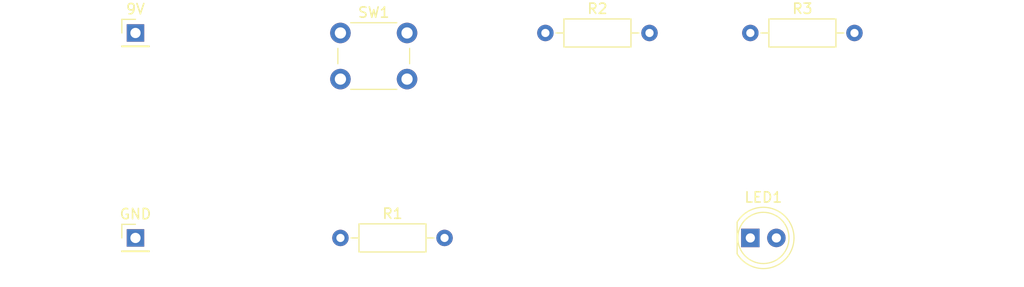
<source format=kicad_pcb>
(kicad_pcb (version 20240108) (generator "pcbnew") (generator_version "8.0")
  (layers (0 "F.Cu" signal) (31 "B.Cu" signal) (34 "B.Paste" user) (35 "F.Paste" user) (36 "B.SilkS" user "B.Silkscreen") (37 "F.SilkS" user "F.Silkscreen") (38 "B.Mask" user) (39 "F.Mask" user) (44 "Edge.Cuts" user))
  (net 0 "")
  (footprint "R_Axial_DIN0207_L6.3mm_D2.5mm_P10.16mm_Horizontal" (layer "F.Cu") (at 120 50)
    (property "Reference" "R2" (at 5.08 -2.37 0) (layer "F.SilkS"))
    (property "Value" "R_Axial_DIN0207_L6.3mm_D2.5mm_P10.16mm_Horizontal")
    (fp_line (start 1.04 0) (end 1.81 0) (stroke (width 0.12)) (layer "F.SilkS"))
    (fp_line (start 1.81 -1.37) (end 1.81 1.37) (stroke (width 0.12)) (layer "F.SilkS"))
    (fp_line (start 1.81 1.37) (end 8.35 1.37) (stroke (width 0.12)) (layer "F.SilkS"))
    (fp_line (start 8.35 -1.37) (end 1.81 -1.37) (stroke (width 0.12)) (layer "F.SilkS"))
    (fp_line (start 8.35 1.37) (end 8.35 -1.37) (stroke (width 0.12)) (layer "F.SilkS"))
    (fp_line (start 9.12 0) (end 8.35 0) (stroke (width 0.12)) (layer "F.SilkS"))
    (pad "1" thru_hole circle (at 0 0) (size 1.6 1.6) (drill 0.8) (layers "*.Cu" "*.Mask"))
    (pad "2" thru_hole oval (at 10.16 0) (size 1.6 1.6) (drill 0.8) (layers "*.Cu" "*.Mask"))
  )
  (footprint "PinHeader_1x01_P2.54mm_Vertical" (layer "F.Cu") (at 80 50)
    (property "Reference" "9V" (at 0 -2.33 0) (layer "F.SilkS"))
    (property "Value" "PinHeader_1x01_P2.54mm_Vertical")
    (fp_line (start -1.33 -1.33) (end 0 -1.33) (stroke (width 0.12)) (layer "F.SilkS"))
    (fp_line (start -1.33 0) (end -1.33 -1.33) (stroke (width 0.12)) (layer "F.SilkS"))
    (fp_line (start -1.33 1.27) (end -1.33 1.33) (stroke (width 0.12)) (layer "F.SilkS"))
    (fp_line (start -1.33 1.27) (end 1.33 1.27) (stroke (width 0.12)) (layer "F.SilkS"))
    (fp_line (start -1.33 1.33) (end 1.33 1.33) (stroke (width 0.12)) (layer "F.SilkS"))
    (fp_line (start 1.33 1.27) (end 1.33 1.33) (stroke (width 0.12)) (layer "F.SilkS"))
    (pad "1" thru_hole rect (at 0 0) (size 1.7 1.7) (drill 1) (layers "*.Cu" "*.Mask"))
  )
  (footprint "LED_D5.0mm" (layer "F.Cu") (at 140 70)
    (property "Reference" "LED1" (at 1.27 -3.96 0) (layer "F.SilkS"))
    (property "Value" "LED_D5.0mm")
    (fp_line (start -1.29 -1.545) (end -1.29 1.545) (stroke (width 0.12)) (layer "F.SilkS"))
    (fp_arc (start -1.29 -1.54483) (mid 2.072002 -2.880433) (end 4.26 0.000462) (stroke (width 0.12)) (layer "F.SilkS"))
    (fp_arc (start 4.26 -0.000462) (mid 2.072002 2.880433) (end -1.29 1.54483) (stroke (width 0.12)) (layer "F.SilkS"))
    (fp_circle (center 1.27 0) (end 3.77 0) (stroke (width 0.12)) (fill none) (layer "F.SilkS"))
    (pad "1" thru_hole rect (at 0 0) (size 1.8 1.8) (drill 0.9) (layers "*.Cu" "*.Mask"))
    (pad "2" thru_hole circle (at 2.54 0) (size 1.8 1.8) (drill 0.9) (layers "*.Cu" "*.Mask"))
  )
  (footprint "PinHeader_1x01_P2.54mm_Vertical" (layer "F.Cu") (at 80 70)
    (property "Reference" "GND" (at 0 -2.33 0) (layer "F.SilkS"))
    (property "Value" "PinHeader_1x01_P2.54mm_Vertical")
    (fp_line (start -1.33 -1.33) (end 0 -1.33) (stroke (width 0.12)) (layer "F.SilkS"))
    (fp_line (start -1.33 0) (end -1.33 -1.33) (stroke (width 0.12)) (layer "F.SilkS"))
    (fp_line (start -1.33 1.27) (end -1.33 1.33) (stroke (width 0.12)) (layer "F.SilkS"))
    (fp_line (start -1.33 1.27) (end 1.33 1.27) (stroke (width 0.12)) (layer "F.SilkS"))
    (fp_line (start -1.33 1.33) (end 1.33 1.33) (stroke (width 0.12)) (layer "F.SilkS"))
    (fp_line (start 1.33 1.27) (end 1.33 1.33) (stroke (width 0.12)) (layer "F.SilkS"))
    (pad "1" thru_hole rect (at 0 0) (size 1.7 1.7) (drill 1) (layers "*.Cu" "*.Mask"))
  )
  (footprint "R_Axial_DIN0207_L6.3mm_D2.5mm_P10.16mm_Horizontal" (layer "F.Cu") (at 140 50)
    (property "Reference" "R3" (at 5.08 -2.37 0) (layer "F.SilkS"))
    (property "Value" "R_Axial_DIN0207_L6.3mm_D2.5mm_P10.16mm_Horizontal")
    (fp_line (start 1.04 0) (end 1.81 0) (stroke (width 0.12)) (layer "F.SilkS"))
    (fp_line (start 1.81 -1.37) (end 1.81 1.37) (stroke (width 0.12)) (layer "F.SilkS"))
    (fp_line (start 1.81 1.37) (end 8.35 1.37) (stroke (width 0.12)) (layer "F.SilkS"))
    (fp_line (start 8.35 -1.37) (end 1.81 -1.37) (stroke (width 0.12)) (layer "F.SilkS"))
    (fp_line (start 8.35 1.37) (end 8.35 -1.37) (stroke (width 0.12)) (layer "F.SilkS"))
    (fp_line (start 9.12 0) (end 8.35 0) (stroke (width 0.12)) (layer "F.SilkS"))
    (pad "1" thru_hole circle (at 0 0) (size 1.6 1.6) (drill 0.8) (layers "*.Cu" "*.Mask"))
    (pad "2" thru_hole oval (at 10.16 0) (size 1.6 1.6) (drill 0.8) (layers "*.Cu" "*.Mask"))
  )
  (footprint "R_Axial_DIN0207_L6.3mm_D2.5mm_P10.16mm_Horizontal" (layer "F.Cu") (at 100 70)
    (property "Reference" "R1" (at 5.08 -2.37 0) (layer "F.SilkS"))
    (property "Value" "R_Axial_DIN0207_L6.3mm_D2.5mm_P10.16mm_Horizontal")
    (fp_line (start 1.04 0) (end 1.81 0) (stroke (width 0.12)) (layer "F.SilkS"))
    (fp_line (start 1.81 -1.37) (end 1.81 1.37) (stroke (width 0.12)) (layer "F.SilkS"))
    (fp_line (start 1.81 1.37) (end 8.35 1.37) (stroke (width 0.12)) (layer "F.SilkS"))
    (fp_line (start 8.35 -1.37) (end 1.81 -1.37) (stroke (width 0.12)) (layer "F.SilkS"))
    (fp_line (start 8.35 1.37) (end 8.35 -1.37) (stroke (width 0.12)) (layer "F.SilkS"))
    (fp_line (start 9.12 0) (end 8.35 0) (stroke (width 0.12)) (layer "F.SilkS"))
    (pad "1" thru_hole circle (at 0 0) (size 1.6 1.6) (drill 0.8) (layers "*.Cu" "*.Mask"))
    (pad "2" thru_hole oval (at 10.16 0) (size 1.6 1.6) (drill 0.8) (layers "*.Cu" "*.Mask"))
  )
  (footprint "SW_PUSH_6mm_H4.3mm" (layer "F.Cu") (at 100 50)
    (property "Reference" "SW1" (at 3.25 -2 0) (layer "F.SilkS"))
    (property "Value" "SW_PUSH_6mm_H4.3mm")
    (fp_line (start -0.25 1.5) (end -0.25 3) (stroke (width 0.12)) (layer "F.SilkS"))
    (fp_line (start 1 5.5) (end 5.5 5.5) (stroke (width 0.12)) (layer "F.SilkS"))
    (fp_line (start 5.5 -1) (end 1 -1) (stroke (width 0.12)) (layer "F.SilkS"))
    (fp_line (start 6.75 3) (end 6.75 1.5) (stroke (width 0.12)) (layer "F.SilkS"))
    (pad "1" thru_hole circle (at 0 0 90) (size 2 2) (drill 1.1) (layers "*.Cu" "*.Mask"))
    (pad "1" thru_hole circle (at 6.5 0 90) (size 2 2) (drill 1.1) (layers "*.Cu" "*.Mask"))
    (pad "2" thru_hole circle (at 0 4.5 90) (size 2 2) (drill 1.1) (layers "*.Cu" "*.Mask"))
    (pad "2" thru_hole circle (at 6.5 4.5 90) (size 2 2) (drill 1.1) (layers "*.Cu" "*.Mask"))
  )
)
</source>
